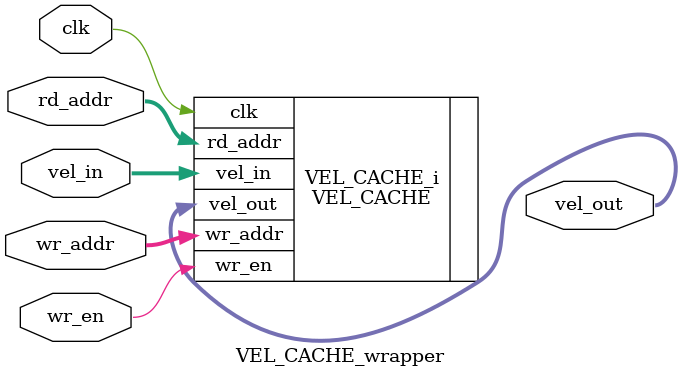
<source format=v>
`timescale 1 ps / 1 ps

module VEL_CACHE_wrapper
   (clk,
    rd_addr,
    vel_in,
    vel_out,
    wr_addr,
    wr_en);
  input clk;
  input [8:0]rd_addr;
  input [95:0]vel_in;
  output [95:0]vel_out;
  input [8:0]wr_addr;
  input wr_en;

  wire clk;
  wire [8:0]rd_addr;
  wire [95:0]vel_in;
  wire [95:0]vel_out;
  wire [8:0]wr_addr;
  wire wr_en;

  VEL_CACHE VEL_CACHE_i
       (.clk(clk),
        .rd_addr(rd_addr),
        .vel_in(vel_in),
        .vel_out(vel_out),
        .wr_addr(wr_addr),
        .wr_en(wr_en));
endmodule

</source>
